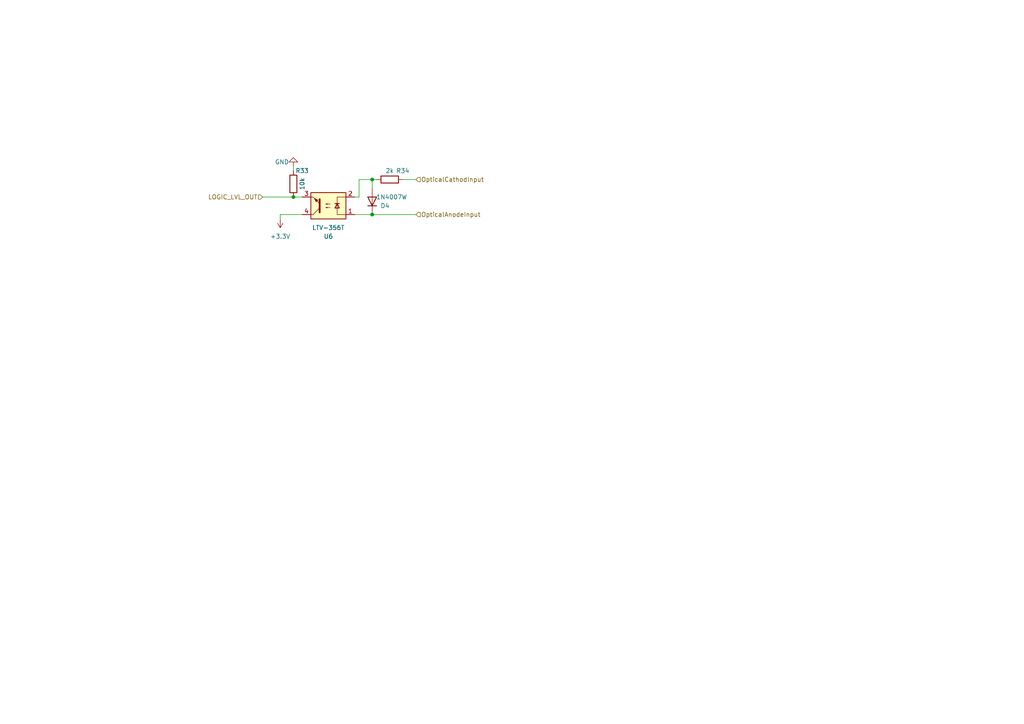
<source format=kicad_sch>
(kicad_sch (version 20231120) (generator "eeschema") (generator_version "8.0")
  (paper "A4")
  (lib_symbols
    (symbol "Device:R" (pin_numbers hide) (pin_names (offset 0))
      (property "Reference" "R" (at 2.032 0 90))
      (property "Value" "R" (at 0 0 90))
      (symbol "R_0_1"
        (rectangle (start -1.016 -2.54) (end 1.016 2.54) (stroke (width 0.254)))
      )
      (symbol "R_1_1"
        (pin passive line (at 0 3.81 270) (length 1.27) (name "~") (number "1"))
        (pin passive line (at 0 -3.81 90) (length 1.27) (name "~") (number "2"))
      )
    )
    (symbol "Diode:1N4007" (pin_numbers hide) (pin_names hide)
      (property "Reference" "D" (at 0 2.54 0))
      (property "Value" "1N4007" (at 0 -2.54 0))
      (symbol "1N4007_0_1"
        (polyline (pts (xy -1.27 1.27) (xy -1.27 -1.27)) (stroke (width 0.254)))
        (polyline (pts (xy 1.27 0) (xy -1.27 0)))
        (polyline (pts (xy 1.27 1.27) (xy 1.27 -1.27) (xy -1.27 0) (xy 1.27 1.27)) (stroke (width 0.254)))
      )
      (symbol "1N4007_1_1"
        (pin passive line (at -3.81 0 0) (length 2.54) (name "K") (number "1"))
        (pin passive line (at 3.81 0 180) (length 2.54) (name "A") (number "2"))
      )
    )
    (symbol "Isolator:LTV-356T" (pin_names (offset 1.016))
      (property "Reference" "U" (at -5.334 4.826 0))
      (property "Value" "LTV-356T" (at 0 5.08 0))
      (symbol "LTV-356T_0_1"
        (rectangle (start -5.08 3.81) (end 5.08 -3.81) (stroke (width 0.254)) (fill (type background)))
        (polyline (pts (xy -3.175 -0.635) (xy -1.905 -0.635)) (stroke (width 0.254)))
        (polyline (pts (xy 2.54 0.635) (xy 4.445 2.54)))
        (polyline (pts (xy 4.445 -2.54) (xy 2.54 -0.635)) (fill (type outline)))
        (polyline (pts (xy 4.445 -2.54) (xy 5.08 -2.54)))
        (polyline (pts (xy 4.445 2.54) (xy 5.08 2.54)))
        (polyline (pts (xy -5.08 2.54) (xy -2.54 2.54) (xy -2.54 -0.762)))
        (polyline (pts (xy -2.54 -0.635) (xy -2.54 -2.54) (xy -5.08 -2.54)))
        (polyline (pts (xy 2.54 1.905) (xy 2.54 -1.905) (xy 2.54 -1.905)) (stroke (width 0.508)))
        (polyline (pts (xy -2.54 -0.635) (xy -3.175 0.635) (xy -1.905 0.635) (xy -2.54 -0.635)) (stroke (width 0.254)))
        (polyline (pts (xy -0.508 -0.508) (xy 0.762 -0.508) (xy 0.381 -0.635) (xy 0.381 -0.381) (xy 0.762 -0.508)))
        (polyline (pts (xy -0.508 0.508) (xy 0.762 0.508) (xy 0.381 0.381) (xy 0.381 0.635) (xy 0.762 0.508)))
        (polyline (pts (xy 3.048 -1.651) (xy 3.556 -1.143) (xy 4.064 -2.159) (xy 3.048 -1.651) (xy 3.048 -1.651)) (fill (type outline)))
      )
      (symbol "LTV-356T_1_1"
        (pin passive line (at -7.62 2.54 0) (length 2.54) (name "~") (number "1"))
        (pin passive line (at -7.62 -2.54 0) (length 2.54) (name "~") (number "2"))
        (pin passive line (at 7.62 -2.54 180) (length 2.54) (name "~") (number "3"))
        (pin passive line (at 7.62 2.54 180) (length 2.54) (name "~") (number "4"))
      )
    )
    (symbol "power:+3.3V" (power) (pin_names (offset 0))
      (property "Value" "+3.3V" (at 0 3.556 0))
      (symbol "+3.3V_0_1"
        (polyline (pts (xy -0.762 1.27) (xy 0 2.54)))
        (polyline (pts (xy 0 0) (xy 0 2.54)))
        (polyline (pts (xy 0 2.54) (xy 0.762 1.27)))
      )
      (symbol "+3.3V_1_1"
        (pin power_in line (at 0 0 90) (length 0) hide (name "+3.3V") (number "1"))
      )
    )
    (symbol "power:GND" (power) (pin_names (offset 0))
      (property "Value" "GND" (at 0 -3.81 0))
      (symbol "GND_0_1"
        (polyline (pts (xy 0 0) (xy 0 -1.27) (xy 1.27 -1.27) (xy 0 -2.54) (xy -1.27 -1.27) (xy 0 -1.27)))
      )
      (symbol "GND_1_1"
        (pin power_in line (at 0 0 270) (length 0) hide (name "GND") (number "1"))
      )
    )
  )
  (junction (at 85.09 57.15))
  (junction (at 107.95 52.07))
  (junction (at 107.95 62.23))
  (wire (pts (xy 107.95 52.07) (xy 104.14 52.07)))
  (wire (pts (xy 104.14 52.07) (xy 104.14 57.15)))
  (wire (pts (xy 81.28 62.23) (xy 81.28 63.5)))
  (wire (pts (xy 107.95 54.61) (xy 107.95 52.07)))
  (wire (pts (xy 104.14 57.15) (xy 102.87 57.15)))
  (wire (pts (xy 85.09 57.15) (xy 76.2 57.15)))
  (wire (pts (xy 87.63 57.15) (xy 85.09 57.15)))
  (wire (pts (xy 120.65 52.07) (xy 116.84 52.07)))
  (wire (pts (xy 85.09 49.53) (xy 85.09 48.26)))
  (wire (pts (xy 120.65 62.23) (xy 107.95 62.23)))
  (wire (pts (xy 109.22 52.07) (xy 107.95 52.07)))
  (wire (pts (xy 87.63 62.23) (xy 81.28 62.23)))
  (wire (pts (xy 107.95 62.23) (xy 102.87 62.23)))
  (hierarchical_label "OpticalAnodeInput" (shape input) (at 120.65 62.23 0))
  (hierarchical_label "OpticalCathodInput" (shape input) (at 120.65 52.07 0))
  (hierarchical_label "LOGIC_LVL_OUT" (shape input) (at 76.2 57.15 180))
  (symbol (lib_id "Diode:1N4007") (at 107.95 58.42 90) (unit 1)
    (property "Reference" "D3" (at 113.03 59.69 90) (effects (justify left)))
    (property "Value" "1N4007W" (at 118.11 57.15 90) (effects (justify left)))
    (property "Footprint" "Diode_SMD:D_SOD-123F" (effects (hide yes)))
    (property "Datasheet" "http://www.vishay.com/docs/88503/1n4001.pdf" (effects (hide yes)))
    (property "Sim.Device" "D" (effects (hide yes)))
    (property "Sim.Pins" "1=K 2=A" (effects (hide yes)))
    (property "MPN" "C108803" (effects (hide yes)))
    (instances (project "wiegand_esp32_usb" (path "" (reference "D4") (unit 1)) (path "" (reference "D6") (unit 1)) (path "" (reference "D8") (unit 1)) (path "" (reference "D7") (unit 1)) (path "" (reference "D5") (unit 1)) (path "" (reference "D3") (unit 1))))
  )
  (symbol (lib_id "Device:R") (at 113.03 52.07 90) (unit 1)
    (property "Reference" "R32" (at 116.84 49.53 90))
    (property "Value" "2k" (at 113.03 49.53 90))
    (property "Footprint" "Resistor_SMD:R_0603_1608Metric" (effects (hide yes)))
    (instances (project "wiegand_esp32_usb" (path "" (reference "R34") (unit 1)) (path "" (reference "R26") (unit 1)) (path "" (reference "R40") (unit 1)) (path "" (reference "R38") (unit 1)) (path "" (reference "R36") (unit 1)) (path "" (reference "R32") (unit 1))))
  )
  (symbol (lib_id "Isolator:LTV-356T") (at 95.25 59.69 180) (unit 1)
    (property "Reference" "U5" (at 95.25 68.58 0))
    (property "Value" "LTV-356T" (at 95.25 66.04 0))
    (property "Footprint" "Package_SO:SO-4_4.4x3.6mm_P2.54mm" (effects (hide yes)))
    (property "Datasheet" "http://optoelectronics.liteon.com/upload/download/DS70-2001-010/S_110_LTV-356T%2020140520.pdf" (effects (hide yes)))
    (property "MPN" "C10804" (effects (hide yes)))
    (instances (project "wiegand_esp32_usb" (path "" (reference "U6") (unit 1)) (path "" (reference "U8") (unit 1)) (path "" (reference "U10") (unit 1)) (path "" (reference "U9") (unit 1)) (path "" (reference "U7") (unit 1)) (path "" (reference "U5") (unit 1))))
  )
  (symbol (lib_id "power:GND") (at 85.09 48.26 180) (unit 1)
    (property "Reference" "#PWR024" (effects (hide yes)))
    (property "Value" "GND" (at 83.82 46.99 0) (effects (justify left)))
    (instances (project "wiegand_esp32_usb" (path "" (reference "#PWR034") (unit 1)) (path "" (reference "#PWR040") (unit 1)) (path "" (reference "#PWR042") (unit 1)) (path "" (reference "#PWR038") (unit 1)) (path "" (reference "#PWR036") (unit 1)) (path "" (reference "#PWR024") (unit 1))))
  )
  (symbol (lib_id "power:+3.3V") (at 81.28 63.5 180) (unit 1)
    (property "Reference" "#PWR023" (effects (hide yes)))
    (property "Value" "+3.3V" (at 81.28 68.58 0))
    (instances (project "wiegand_esp32_usb" (path "" (reference "#PWR033") (unit 1)) (path "" (reference "#PWR025") (unit 1)) (path "" (reference "#PWR041") (unit 1)) (path "" (reference "#PWR037") (unit 1)) (path "" (reference "#PWR035") (unit 1)) (path "" (reference "#PWR023") (unit 1))))
  )
  (symbol (lib_id "Device:R") (at 85.09 53.34 0) (unit 1)
    (property "Reference" "R31" (at 87.63 49.53 0))
    (property "Value" "10k" (at 87.63 53.34 90))
    (property "Footprint" "Resistor_SMD:R_0603_1608Metric" (effects (hide yes)))
    (instances (project "wiegand_esp32_usb" (path "" (reference "R33") (unit 1)) (path "" (reference "R16") (unit 1)) (path "" (reference "R39") (unit 1)) (path "" (reference "R37") (unit 1)) (path "" (reference "R35") (unit 1)) (path "" (reference "R31") (unit 1))))
  )
)
</source>
